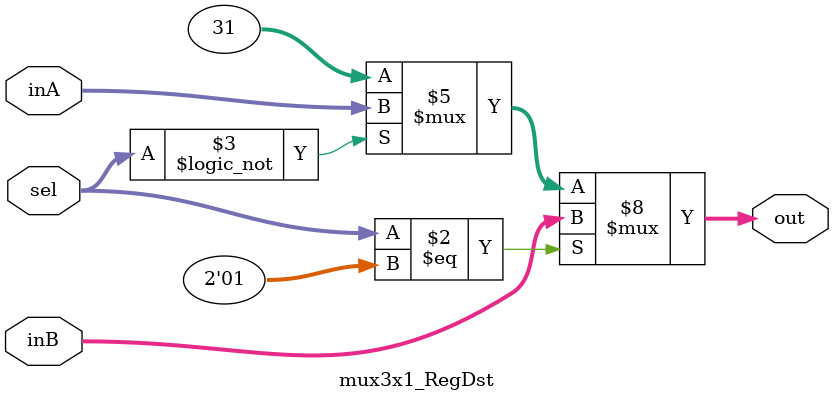
<source format=v>
`timescale 1ns / 1ps


module mux3x1_RegDst(out, inA, inB, sel);

    output reg [31:0] out;
    
    input [31:0] inA;
    input [31:0] inB;
    input [1:0] sel;

    /* Fill in the implementation here ... */ 
    
    always @(*)
    begin
    if (sel == 1)
	out <= inB;
    else if (sel == 0)
	out <= inA;
    else  out <=31;
    end

endmodule

</source>
